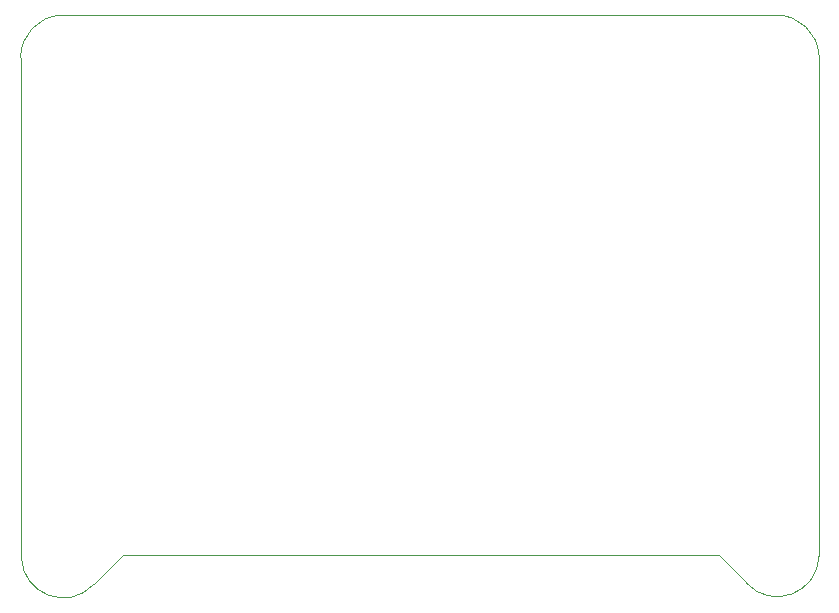
<source format=gm1>
G04 #@! TF.GenerationSoftware,KiCad,Pcbnew,6.0.11-2627ca5db0~126~ubuntu22.04.1*
G04 #@! TF.CreationDate,2023-03-31T14:28:34-07:00*
G04 #@! TF.ProjectId,arrow-cluster-choc,6172726f-772d-4636-9c75-737465722d63,rev?*
G04 #@! TF.SameCoordinates,Original*
G04 #@! TF.FileFunction,Profile,NP*
%FSLAX46Y46*%
G04 Gerber Fmt 4.6, Leading zero omitted, Abs format (unit mm)*
G04 Created by KiCad (PCBNEW 6.0.11-2627ca5db0~126~ubuntu22.04.1) date 2023-03-31 14:28:34*
%MOMM*%
%LPD*%
G01*
G04 APERTURE LIST*
G04 #@! TA.AperFunction,Profile*
%ADD10C,0.100000*%
G04 #@! TD*
G04 APERTURE END LIST*
D10*
X147100000Y-44100000D02*
X147100000Y-86500000D01*
X79563003Y-86598250D02*
G75*
G03*
X85700000Y-88900000I3536997J98250D01*
G01*
X79563003Y-86598250D02*
X79500000Y-44300000D01*
X82900000Y-40700000D02*
X143500000Y-40700000D01*
X140962999Y-88801753D02*
G75*
G03*
X147100000Y-86500000I2600001J2400003D01*
G01*
X88200000Y-86400000D02*
X138600000Y-86400000D01*
X82899999Y-40699983D02*
G75*
G03*
X79500000Y-44300000I205901J-3600017D01*
G01*
X138600000Y-86400000D02*
X140963003Y-88801750D01*
X85700000Y-88900000D02*
X88200000Y-86400000D01*
X147100017Y-44099999D02*
G75*
G03*
X143500000Y-40700000I-3600017J-205901D01*
G01*
M02*

</source>
